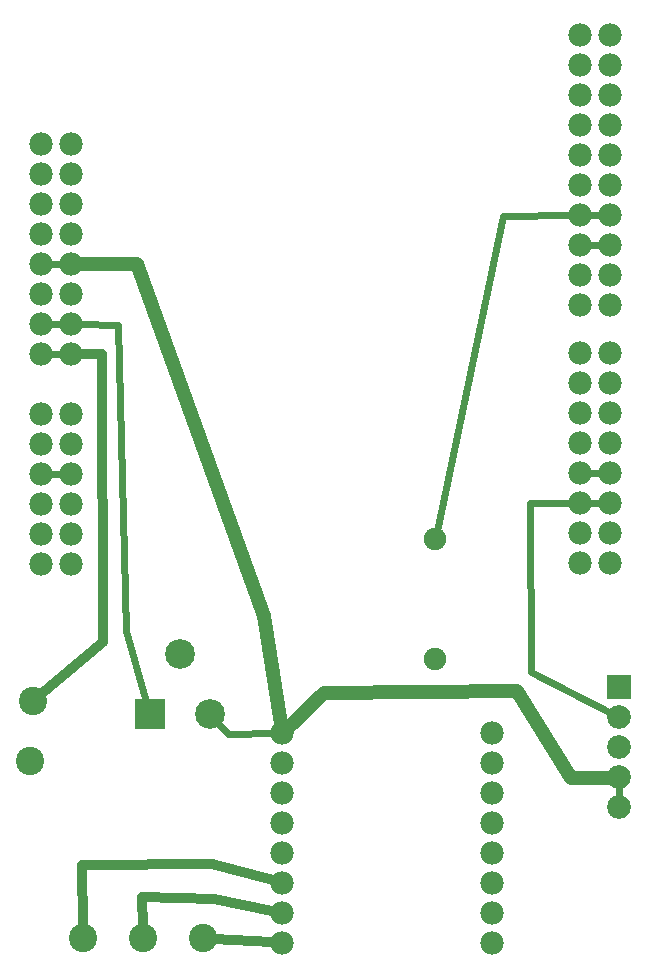
<source format=gtl>
G04 MADE WITH FRITZING*
G04 WWW.FRITZING.ORG*
G04 DOUBLE SIDED*
G04 HOLES PLATED*
G04 CONTOUR ON CENTER OF CONTOUR VECTOR*
%ASAXBY*%
%FSLAX23Y23*%
%MOIN*%
%OFA0B0*%
%SFA1.0B1.0*%
%ADD10C,0.079370*%
%ADD11C,0.099000*%
%ADD12C,0.094488*%
%ADD13C,0.075000*%
%ADD14C,0.077701*%
%ADD15C,0.078000*%
%ADD16R,0.079370X0.079370*%
%ADD17R,0.099000X0.099000*%
%ADD18C,0.032000*%
%ADD19C,0.048000*%
%ADD20C,0.024000*%
%LNCOPPER1*%
G90*
G70*
G54D10*
X2123Y961D03*
X2123Y861D03*
X2123Y761D03*
X2123Y661D03*
X2123Y561D03*
G54D11*
X760Y873D03*
X560Y873D03*
X660Y1073D03*
G54D12*
X168Y917D03*
X158Y717D03*
X337Y125D03*
X537Y125D03*
X737Y125D03*
G54D13*
X1510Y1455D03*
X1510Y1055D03*
G54D14*
X1001Y809D03*
X1001Y709D03*
X1001Y609D03*
X1001Y509D03*
X1001Y409D03*
X1001Y309D03*
X1001Y209D03*
X1001Y109D03*
X1700Y809D03*
X1700Y709D03*
X1700Y609D03*
X1700Y509D03*
X1700Y409D03*
X1700Y309D03*
X1700Y209D03*
X1700Y109D03*
G54D15*
X195Y2774D03*
X195Y2674D03*
X195Y2574D03*
X195Y2474D03*
X195Y2374D03*
X195Y2274D03*
X195Y2174D03*
X195Y2074D03*
X195Y2774D03*
X195Y2674D03*
X195Y2574D03*
X195Y2474D03*
X195Y2374D03*
X195Y2274D03*
X195Y2174D03*
X195Y2074D03*
X295Y2074D03*
X295Y2174D03*
X295Y2274D03*
X295Y2374D03*
X295Y2474D03*
X295Y2574D03*
X295Y2674D03*
X295Y2774D03*
X195Y1873D03*
X195Y1773D03*
X195Y1673D03*
X195Y1573D03*
X195Y1473D03*
X195Y1373D03*
X195Y1873D03*
X195Y1773D03*
X195Y1673D03*
X195Y1573D03*
X195Y1473D03*
X195Y1373D03*
X295Y1373D03*
X295Y1473D03*
X295Y1573D03*
X295Y1673D03*
X295Y1773D03*
X295Y1873D03*
X1994Y2076D03*
X1994Y1976D03*
X1994Y1876D03*
X1994Y1776D03*
X1994Y1676D03*
X1994Y1576D03*
X1994Y1476D03*
X1994Y1376D03*
X1994Y2076D03*
X1994Y1976D03*
X1994Y1876D03*
X1994Y1776D03*
X1994Y1676D03*
X1994Y1576D03*
X1994Y1476D03*
X1994Y1376D03*
X2094Y1376D03*
X2094Y1476D03*
X2094Y1576D03*
X2094Y1676D03*
X2094Y1776D03*
X2094Y1876D03*
X2094Y1976D03*
X2094Y2076D03*
X1993Y3135D03*
X1993Y3035D03*
X1993Y2935D03*
X1993Y2835D03*
X1993Y2735D03*
X1993Y2635D03*
X1993Y2535D03*
X1993Y2435D03*
X1993Y2335D03*
X1993Y2235D03*
X1993Y3135D03*
X1993Y3035D03*
X1993Y2935D03*
X1993Y2835D03*
X1993Y2735D03*
X1993Y2635D03*
X1993Y2535D03*
X1993Y2435D03*
X1993Y2335D03*
X1993Y2235D03*
X2093Y2235D03*
X2093Y2335D03*
X2093Y2435D03*
X2093Y2535D03*
X2093Y2635D03*
X2093Y2735D03*
X2093Y2835D03*
X2093Y2935D03*
X2093Y3035D03*
X2093Y3135D03*
G54D16*
X2123Y961D03*
G54D17*
X560Y873D03*
G54D18*
X402Y1112D02*
X398Y2073D01*
D02*
X192Y937D02*
X402Y1112D01*
G54D19*
D02*
X939Y1198D02*
X517Y2373D01*
G54D20*
D02*
X479Y1148D02*
X551Y904D01*
D02*
X479Y1148D02*
X454Y2169D01*
G54D19*
D02*
X997Y838D02*
X939Y1198D01*
D02*
X1964Y658D02*
X1784Y948D01*
D02*
X1784Y948D02*
X1139Y941D01*
D02*
X1139Y941D02*
X1022Y829D01*
D02*
X2092Y660D02*
X1964Y658D01*
G54D20*
D02*
X1736Y2533D02*
X1516Y1483D01*
D02*
X1830Y1012D02*
X1826Y1575D01*
D02*
X2095Y875D02*
X1830Y1012D01*
D02*
X2123Y630D02*
X2123Y591D01*
D02*
X818Y806D02*
X972Y808D01*
D02*
X781Y849D02*
X818Y806D01*
G54D18*
D02*
X333Y370D02*
X336Y161D01*
D02*
X533Y262D02*
X536Y161D01*
D02*
X767Y373D02*
X333Y370D01*
D02*
X968Y318D02*
X767Y373D01*
D02*
X772Y256D02*
X533Y262D01*
D02*
X967Y216D02*
X772Y256D01*
D02*
X966Y111D02*
X773Y123D01*
G54D20*
D02*
X1826Y1575D02*
X1964Y1575D01*
D02*
X1736Y2533D02*
X1963Y2535D01*
D02*
X454Y2169D02*
X325Y2173D01*
G54D18*
D02*
X398Y2073D02*
X325Y2073D01*
G54D19*
D02*
X517Y2373D02*
X325Y2374D01*
G54D20*
D02*
X2064Y1576D02*
X2024Y1576D01*
D02*
X2064Y1676D02*
X2024Y1676D01*
D02*
X2063Y2535D02*
X2024Y2535D01*
D02*
X2063Y2435D02*
X2024Y2435D01*
D02*
X225Y1673D02*
X265Y1673D01*
D02*
X225Y2074D02*
X264Y2074D01*
D02*
X225Y2174D02*
X264Y2174D01*
D02*
X225Y2374D02*
X264Y2374D01*
G04 End of Copper1*
M02*
</source>
